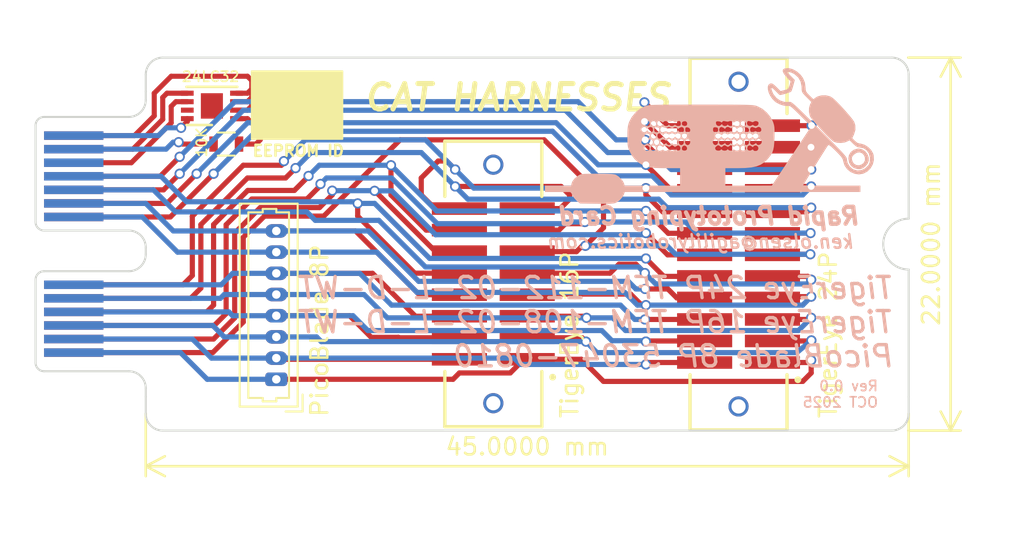
<source format=kicad_pcb>
(kicad_pcb (version 20211014) (generator pcbnew)
  (title_block (title "Beetje 32U4 Blok") (date "2018-08-10") (rev "0.0") (company "www.MakersBox.us") (comment 1 "648.ken@gmail.com"))
  (layers (0 "F.Cu" signal) (31 "B.Cu" signal) (34 "B.Paste" user) (35 "F.Paste" user) (36 "B.SilkS" user "B.Silkscreen") (37 "F.SilkS" user "F.Silkscreen") (38 "B.Mask" user) (39 "F.Mask" user) (44 "Edge.Cuts" user))
  (net 0 "")
  (net 1 "/10")
  (net 2 "/01")
  (net 3 "/02")
  (net 4 "/04")
  (net 5 "/05")
  (net 6 "/06")
  (net 7 "/07")
  (net 8 "/08")
  (net 9 "/09")
  (net 10 "/11")
  (net 11 "/12")
  (net 12 "/13")
  (net 13 "/14")
  (net 14 "/15")
  (net 15 "/16")
  (net 16 "/17")
  (net 17 "/18")
  (net 18 "/19")
  (net 19 "/20")
  (net 20 "/03")
  (net 21 "/D2_SDA")
  (net 22 "GND")
  (net 23 "/D3_SCL")
  (net 24 "+5V")
  (net 25 "/A")
  (net 26 "Net-(R1-Pad1)")
  (net 28 "/RESET")
  (net 29 "/21")
  (net 30 "/23")
  (net 31 "/22")
  (net 32 "/24")
  (footprint "footprints:MEC8-113-CARD_2" (layer "F.Cu") (at 0 -0.1 90)
    (fp_text reference "X0")
    (fp_text value "Card Edge")
    (fp_line (start -1 47.5) (end -1 7.5) (layer "Edge.Cuts") (width 0.12))
    (fp_line (start 17.5 0.5) (end 17.5 5.5) (layer "Edge.Cuts") (width 0.12))
    (fp_line (start 8.5 51.5) (end 1 51.5) (layer "Edge.Cuts") (width 0.12))
    (fp_line (start 8.4 0.5) (end 8.4 5.5) (layer "Edge.Cuts") (width 0.12))
    (fp_line (start 19 51.5) (end 20 51.5) (layer "Edge.Cuts") (width 0.12))
    (fp_line (start 19 6.5) (end 20 6.5) (layer "Edge.Cuts") (width 0.12))
    (fp_line (start 2.5 0.5) (end 2.5 5.5) (layer "Edge.Cuts") (width 0.12))
    (fp_line (start 0 6.5) (end 1 6.5) (layer "Edge.Cuts") (width 0.12))
    (fp_line (start 17 0) (end 11.3 0) (layer "Edge.Cuts") (width 0.12))
    (fp_line (start 21 50.5) (end 21 47.5) (layer "Edge.Cuts") (width 0.12))
    (fp_line (start 1 6.5) (end 1.5 6.5) (layer "Edge.Cuts") (width 0.12))
    (fp_line (start 21 7.5) (end 21 47.5) (layer "Edge.Cuts") (width 0.12))
    (fp_line (start -1 50.5) (end -1 47.5) (layer "Edge.Cuts") (width 0.12))
    (fp_line (start 0 51.5) (end 1 51.5) (layer "Edge.Cuts") (width 0.12))
    (fp_line (start 18.5 6.5) (end 19 6.5) (layer "Edge.Cuts") (width 0.12))
    (fp_line (start 10.8 5.5) (end 10.8 0.5) (layer "Edge.Cuts") (width 0.12))
    (fp_line (start 11.5 51.5) (end 19 51.5) (layer "Edge.Cuts") (width 0.12))
    (fp_line (start 3 0) (end 7.9 0) (layer "Edge.Cuts") (width 0.12))
    (fp_line (start 9.4 6.5) (end 9.8 6.5) (layer "Edge.Cuts") (width 0.12))
    (fp_arc (start -1 7.5) (mid -0.707107 6.792893) (end 0 6.5) (layer "Edge.Cuts") (width 0.12))
    (fp_arc (start 2.5 5.5) (mid 2.207107 6.207107) (end 1.5 6.5) (layer "Edge.Cuts") (width 0.12))
    (fp_arc (start 17 0) (mid 17.353553 0.146447) (end 17.5 0.5) (layer "Edge.Cuts") (width 0.12))
    (fp_arc (start 21 50.5) (mid 20.707107 51.207107) (end 20 51.5) (layer "Edge.Cuts") (width 0.12))
    (fp_arc (start 18.5 6.5) (mid 17.792893 6.207107) (end 17.5 5.5) (layer "Edge.Cuts") (width 0.12))
    (fp_arc (start 9.4 6.5) (mid 8.692893 6.207107) (end 8.4 5.5) (layer "Edge.Cuts") (width 0.12))
    (fp_arc (start 0 51.5) (mid -0.707107 51.207107) (end -1 50.5) (layer "Edge.Cuts") (width 0.12))
    (fp_arc (start 10.8 0.5) (mid 10.946447 0.146447) (end 11.3 0) (layer "Edge.Cuts") (width 0.12))
    (fp_arc (start 8.5 51.5) (mid 10 50) (end 11.5 51.5) (layer "Edge.Cuts") (width 0.12))
    (fp_arc (start 10.8 5.5) (mid 10.507107 6.207107) (end 9.8 6.5) (layer "Edge.Cuts") (width 0.12))
    (fp_arc (start 2.5 0.5) (mid 2.646447 0.146447) (end 3 0) (layer "Edge.Cuts") (width 0.12))
    (fp_arc (start 20 6.5) (mid 20.707107 6.792893) (end 21 7.5) (layer "Edge.Cuts") (width 0.12))
    (fp_arc (start 7.9 0) (mid 8.253553 0.146447) (end 8.4 0.5) (layer "Edge.Cuts") (width 0.12))
    (pad "1" smd rect locked (at 3.6 2.25 90) (size 0.5 3.5) (layers "B.Cu" "B.Paste" "B.Mask") (net 2 "/01"))
    (pad "2" smd rect locked (at 4.4 2.25 90) (size 0.5 3.5) (layers "B.Cu" "B.Paste" "B.Mask") (net 3 "/02"))
    (pad "3" smd rect locked (at 5.2 2.25 90) (size 0.5 3.5) (layers "B.Cu" "B.Paste" "B.Mask") (net 20 "/03"))
    (pad "4" smd rect locked (at 6 2.25 90) (size 0.5 3.5) (layers "B.Cu" "B.Paste" "B.Mask") (net 4 "/04"))
    (pad "5" smd rect locked (at 6.8 2.25 90) (size 0.5 3.5) (layers "B.Cu" "B.Paste" "B.Mask") (net 5 "/05"))
    (pad "6" smd rect locked (at 7.6 2.25 90) (size 0.5 3.5) (layers "B.Cu" "B.Paste" "B.Mask") (net 6 "/06"))
    (pad "7" smd rect locked (at 11.6 2.25 90) (size 0.5 3.5) (layers "B.Cu" "B.Paste" "B.Mask") (net 7 "/07"))
    (pad "8" smd rect locked (at 12.4 2.25 90) (size 0.5 3.5) (layers "B.Cu" "B.Paste" "B.Mask") (net 8 "/08"))
    (pad "9" smd rect locked (at 13.2 2.25 90) (size 0.5 3.5) (layers "B.Cu" "B.Paste" "B.Mask") (net 9 "/09"))
    (pad "10" smd rect locked (at 14 2.25 90) (size 0.5 3.5) (layers "B.Cu" "B.Paste" "B.Mask") (net 1 "/10"))
    (pad "11" smd rect locked (at 14.8 2.25 90) (size 0.5 3.5) (layers "B.Cu" "B.Paste" "B.Mask") (net 28 "/RESET"))
    (pad "12" smd rect locked (at 15.6 2.25 90) (size 0.5 3.5) (layers "B.Cu" "B.Paste" "B.Mask") (net 25 "/A"))
    (pad "13" smd rect locked (at 16.4 2.25 90) (size 0.5 3.5) (layers "B.Cu" "B.Paste" "B.Mask") (net 24 "+5V"))
    (pad "14" smd rect locked (at 3.6 2.25 90) (size 0.5 3.5) (layers "F.Cu" "F.Paste" "F.Mask") (net 10 "/11"))
    (pad "15" smd rect locked (at 4.4 2.25 90) (size 0.5 3.5) (layers "F.Cu" "F.Paste" "F.Mask") (net 11 "/12"))
    (pad "16" smd rect locked (at 5.2 2.25 90) (size 0.5 3.5) (layers "F.Cu" "F.Paste" "F.Mask") (net 12 "/13"))
    (pad "17" smd rect locked (at 6 2.25 90) (size 0.5 3.5) (layers "F.Cu" "F.Paste" "F.Mask") (net 13 "/14"))
    (pad "18" smd rect locked (at 6.8 2.25 90) (size 0.5 3.5) (layers "F.Cu" "F.Paste" "F.Mask") (net 14 "/15"))
    (pad "19" smd rect locked (at 7.6 2.25 90) (size 0.5 3.5) (layers "F.Cu" "F.Paste" "F.Mask") (net 15 "/16"))
    (pad "20" smd rect locked (at 11.6 2.25 90) (size 0.5 3.5) (layers "F.Cu" "F.Paste" "F.Mask") (net 16 "/17"))
    (pad "21" smd rect locked (at 12.4 2.25 90) (size 0.5 3.5) (layers "F.Cu" "F.Paste" "F.Mask") (net 17 "/18"))
    (pad "22" smd rect locked (at 13.2 2.25 90) (size 0.5 3.5) (layers "F.Cu" "F.Paste" "F.Mask") (net 18 "/19"))
    (pad "23" smd rect locked (at 14 2.25 90) (size 0.5 3.5) (layers "F.Cu" "F.Paste" "F.Mask") (net 19 "/20"))
    (pad "24" smd rect locked (at 14.8 2.25 90) (size 0.5 3.5) (layers "F.Cu" "F.Paste" "F.Mask") (net 23 "/D3_SCL"))
    (pad "25" smd rect locked (at 15.6 2.25 90) (size 0.5 3.5) (layers "F.Cu" "F.Paste" "F.Mask") (net 21 "/D2_SDA"))
    (pad "26" smd rect locked (at 16.4 2.25 90) (size 0.5 3.5) (layers "F.Cu" "F.Paste" "F.Mask") (net 22 "GND"))
  )
  (footprint "footprints:DFN-8-1EP_3x2mm" (layer "F.Cu") (at 10.4 -18.25 180)
    (fp_text reference "U1" hide)
    (fp_text value "24LC32" (at 0.075 1.725 180) (layer "F.SilkS") (effects (font (size 0.6 0.6) (thickness 0.1))))
    (pad "1" smd rect locked (at -1.45 -0.75 180) (size 0.75 0.3) (layers "F.Cu" "F.Paste" "F.Mask") (net 26 "Net-(R1-Pad1)"))
    (pad "2" smd rect locked (at -1.45 -0.25 180) (size 0.75 0.3) (layers "F.Cu" "F.Paste" "F.Mask") (net 22 "GND"))
    (pad "3" smd rect locked (at -1.45 0.25 180) (size 0.75 0.3) (layers "F.Cu" "F.Paste" "F.Mask") (net 22 "GND"))
    (pad "4" smd rect locked (at -1.45 0.75 180) (size 0.75 0.3) (layers "F.Cu" "F.Paste" "F.Mask") (net 22 "GND"))
    (pad "5" smd rect locked (at 1.45 0.75 180) (size 0.75 0.3) (layers "F.Cu" "F.Paste" "F.Mask") (net 21 "/D2_SDA"))
    (pad "6" smd rect locked (at 1.45 0.25 180) (size 0.75 0.3) (layers "F.Cu" "F.Paste" "F.Mask") (net 23 "/D3_SCL"))
    (pad "7" smd rect locked (at 1.45 -0.25 180) (size 0.75 0.3) (layers "F.Cu" "F.Paste" "F.Mask"))
    (pad "8" smd rect locked (at 1.45 -0.75 180) (size 0.75 0.3) (layers "F.Cu" "F.Paste" "F.Mask") (net 24 "+5V"))
    (pad "9" smd rect locked (at 0 0 180) (size 1.3 1.5) (layers "F.Cu" "F.Mask"))
  )
  (footprint "footprints:R_0603" (layer "F.Cu") (at 11.25 -16 180)
    (fp_text reference "R1")
    (fp_text value "10K" (at 1.45 0.1 90) (layer "F.SilkS") (effects (font (size 0.6 0.6) (thickness 0.1))))
    (pad "1" smd rect locked (at -0.75 0 180) (size 0.5 0.9) (layers "F.Cu" "F.Paste" "F.Mask") (net 26 "Net-(R1-Pad1)"))
    (pad "2" smd rect locked (at 0.75 0 180) (size 0.5 0.9) (layers "F.Cu" "F.Paste" "F.Mask") (net 25 "/A"))
  )
  (footprint "footprints:Molex_PicoBlade_53047-0810_1x08_P1.25mm_Vertical" (layer "F.Cu") (at 14.2 -2.125 90)
    (fp_text reference "J3" hide)
    (fp_text value "PicoBlade 8P" (at 2.875 2.55 90) (layer "F.SilkS"))
    (pad "1" thru_hole roundrect (at 0 0 90) (size 0.8 1.3) (drill 0.5) (layers *.Cu *.Mask) (net 2 "/01"))
    (pad "2" thru_hole oval (at 1.25 0 90) (size 0.8 1.3) (drill 0.5) (layers *.Cu *.Mask) (net 3 "/02"))
    (pad "3" thru_hole oval (at 2.5 0 90) (size 0.8 1.3) (drill 0.5) (layers *.Cu *.Mask) (net 20 "/03"))
    (pad "4" thru_hole oval (at 3.75 0 90) (size 0.8 1.3) (drill 0.5) (layers *.Cu *.Mask) (net 4 "/04"))
    (pad "5" thru_hole oval (at 5 0 90) (size 0.8 1.3) (drill 0.5) (layers *.Cu *.Mask) (net 5 "/05"))
    (pad "6" thru_hole oval (at 6.25 0 90) (size 0.8 1.3) (drill 0.5) (layers *.Cu *.Mask) (net 6 "/06"))
    (pad "7" thru_hole oval (at 7.5 0 90) (size 0.8 1.3) (drill 0.5) (layers *.Cu *.Mask) (net 7 "/07"))
    (pad "8" thru_hole oval (at 8.75 0 90) (size 0.8 1.3) (drill 0.5) (layers *.Cu *.Mask) (net 8 "/08"))
  )
  (footprint "footprints:SAMTEC_TFM-108-02-L-D-WT" (layer "F.Cu") (at 27 -7.75 90)
    (fp_text reference "J2")
    (fp_text value "TigerEye 16P" (at -3 4.5 90) (layer "F.SilkS"))
    (pad "01" smd rect (at -4.445 2 90) (size 0.74 3.25) (layers "F.Cu" "F.Paste" "F.Mask") (net 2 "/01"))
    (pad "02" smd rect (at -4.445 -2 90) (size 0.74 3.25) (layers "F.Cu" "F.Paste" "F.Mask") (net 3 "/02"))
    (pad "03" smd rect (at -3.175 2 90) (size 0.74 3.25) (layers "F.Cu" "F.Paste" "F.Mask") (net 20 "/03"))
    (pad "04" smd rect (at -3.175 -2 90) (size 0.74 3.25) (layers "F.Cu" "F.Paste" "F.Mask") (net 4 "/04"))
    (pad "05" smd rect (at -1.905 2 90) (size 0.74 3.25) (layers "F.Cu" "F.Paste" "F.Mask") (net 5 "/05"))
    (pad "06" smd rect (at -1.905 -2 90) (size 0.74 3.25) (layers "F.Cu" "F.Paste" "F.Mask") (net 6 "/06"))
    (pad "07" smd rect (at -0.635 2 90) (size 0.74 3.25) (layers "F.Cu" "F.Paste" "F.Mask") (net 7 "/07"))
    (pad "08" smd rect (at -0.635 -2 90) (size 0.74 3.25) (layers "F.Cu" "F.Paste" "F.Mask") (net 8 "/08"))
    (pad "09" smd rect (at 0.635 2 90) (size 0.74 3.25) (layers "F.Cu" "F.Paste" "F.Mask") (net 9 "/09"))
    (pad "10" smd rect (at 0.635 -2 90) (size 0.74 3.25) (layers "F.Cu" "F.Paste" "F.Mask") (net 1 "/10"))
    (pad "11" smd rect (at 1.905 2 90) (size 0.74 3.25) (layers "F.Cu" "F.Paste" "F.Mask") (net 10 "/11"))
    (pad "12" smd rect (at 1.905 -2 90) (size 0.74 3.25) (layers "F.Cu" "F.Paste" "F.Mask") (net 11 "/12"))
    (pad "13" smd rect (at 3.175 2 90) (size 0.74 3.25) (layers "F.Cu" "F.Paste" "F.Mask") (net 12 "/13"))
    (pad "14" smd rect (at 3.175 -2 90) (size 0.74 3.25) (layers "F.Cu" "F.Paste" "F.Mask") (net 13 "/14"))
    (pad "15" smd rect (at 4.445 2 90) (size 0.74 3.25) (layers "F.Cu" "F.Paste" "F.Mask") (net 14 "/15"))
    (pad "16" smd rect (at 4.445 -2 90) (size 0.74 3.25) (layers "F.Cu" "F.Paste" "F.Mask") (net 15 "/16"))
    (pad "S1" thru_hole circle (at 7.035 0 90) (size 1.19 1.19) (drill 0.84) (layers *.Cu *.Mask))
    (pad "S2" thru_hole circle (at -7.035 0 90) (size 1.19 1.19) (drill 0.84) (layers *.Cu *.Mask))
  )
  (footprint "footprints:SAMTEC_TFM-112-02-L-D-WT" (layer "F.Cu") (at 41.465 -10.1 90)
    (fp_text reference "J1")
    (fp_text value "TigerEye 24P" (at -5.35 5.285 90) (layer "F.SilkS"))
    (pad "01" smd rect (at -6.985 2 90) (size 0.74 3.25) (layers "F.Cu" "F.Paste" "F.Mask") (net 2 "/01"))
    (pad "02" smd rect (at -6.985 -2 90) (size 0.74 3.25) (layers "F.Cu" "F.Paste" "F.Mask") (net 3 "/02"))
    (pad "03" smd rect (at -5.715 2 90) (size 0.74 3.25) (layers "F.Cu" "F.Paste" "F.Mask") (net 20 "/03"))
    (pad "04" smd rect (at -5.715 -2 90) (size 0.74 3.25) (layers "F.Cu" "F.Paste" "F.Mask") (net 4 "/04"))
    (pad "05" smd rect (at -4.445 2 90) (size 0.74 3.25) (layers "F.Cu" "F.Paste" "F.Mask") (net 5 "/05"))
    (pad "06" smd rect (at -4.445 -2 90) (size 0.74 3.25) (layers "F.Cu" "F.Paste" "F.Mask") (net 6 "/06"))
    (pad "07" smd rect (at -3.175 2 90) (size 0.74 3.25) (layers "F.Cu" "F.Paste" "F.Mask") (net 7 "/07"))
    (pad "08" smd rect (at -3.175 -2 90) (size 0.74 3.25) (layers "F.Cu" "F.Paste" "F.Mask") (net 8 "/08"))
    (pad "09" smd rect (at -1.905 2 90) (size 0.74 3.25) (layers "F.Cu" "F.Paste" "F.Mask") (net 9 "/09"))
    (pad "10" smd rect (at -1.905 -2 90) (size 0.74 3.25) (layers "F.Cu" "F.Paste" "F.Mask") (net 1 "/10"))
    (pad "11" smd rect (at -0.635 2 90) (size 0.74 3.25) (layers "F.Cu" "F.Paste" "F.Mask") (net 10 "/11"))
    (pad "12" smd rect (at -0.635 -2 90) (size 0.74 3.25) (layers "F.Cu" "F.Paste" "F.Mask") (net 11 "/12"))
    (pad "13" smd rect (at 0.635 2 90) (size 0.74 3.25) (layers "F.Cu" "F.Paste" "F.Mask") (net 12 "/13"))
    (pad "14" smd rect (at 0.635 -2 90) (size 0.74 3.25) (layers "F.Cu" "F.Paste" "F.Mask") (net 13 "/14"))
    (pad "15" smd rect (at 1.905 2 90) (size 0.74 3.25) (layers "F.Cu" "F.Paste" "F.Mask") (net 14 "/15"))
    (pad "16" smd rect (at 1.905 -2 90) (size 0.74 3.25) (layers "F.Cu" "F.Paste" "F.Mask") (net 15 "/16"))
    (pad "17" smd rect (at 3.175 2 90) (size 0.74 3.25) (layers "F.Cu" "F.Paste" "F.Mask") (net 16 "/17"))
    (pad "18" smd rect (at 3.175 -2 90) (size 0.74 3.25) (layers "F.Cu" "F.Paste" "F.Mask") (net 17 "/18"))
    (pad "19" smd rect (at 4.445 2 90) (size 0.74 3.25) (layers "F.Cu" "F.Paste" "F.Mask") (net 18 "/19"))
    (pad "20" smd rect (at 4.445 -2 90) (size 0.74 3.25) (layers "F.Cu" "F.Paste" "F.Mask") (net 19 "/20"))
    (pad "21" smd rect (at 5.715 2 90) (size 0.74 3.25) (layers "F.Cu" "F.Paste" "F.Mask") (net 29 "/21"))
    (pad "22" smd rect (at 5.715 -2 90) (size 0.74 3.25) (layers "F.Cu" "F.Paste" "F.Mask") (net 31 "/22"))
    (pad "23" smd rect (at 6.985 2 90) (size 0.74 3.25) (layers "F.Cu" "F.Paste" "F.Mask") (net 30 "/23"))
    (pad "24" smd rect (at 6.985 -2 90) (size 0.74 3.25) (layers "F.Cu" "F.Paste" "F.Mask") (net 32 "/24"))
    (pad "S1" thru_hole circle (at 9.575 0 90) (size 1.19 1.19) (drill 0.84) (layers *.Cu *.Mask))
    (pad "S2" thru_hole circle (at -9.575 0 90) (size 1.19 1.19) (drill 0.84) (layers *.Cu *.Mask))
  )
  (footprint "footprints:Digiroy" (layer "B.Cu") (at 39.75 -16.5 180)
    (fp_text reference "G***" hide)
    (fp_text value "LOGO" hide)
  )
  (gr_poly (pts (xy 18.1 -16.3) (xy 12.75 -16.3) (xy 12.75 -20.3) (xy 18.1 -20.3)) (layer "F.SilkS") (width 0.1) (fill solid))
  (gr_text "Rev 0.0\nOCT 2025" (at 49.75 -1.25) (layer "B.SilkS") (effects (font (size 0.6 0.6) (thickness 0.1)) (justify left mirror)))
  (gr_text "ken.olsen@agilityrobotics.com" (at 39.25 -10.25) (layer "B.SilkS") (effects (font (size 0.8 0.8) (thickness 0.15) italic) (justify mirror)))
  (gr_text "TigerEye 24P TFM-112-02-L-D-WT\nTigerEye 16P TFM-108-02-L-D-WT\nPicoBlade 8P 53047-0810\n" (at 50.75 -5.5) (layer "B.SilkS") (effects (font (size 1.25 1.25) (thickness 0.2) italic) (justify left mirror)))
  (gr_text "Rapid Prototyping Card" (at 39.75 -11.75) (layer "B.SilkS") (effects (font (size 1 1) (thickness 0.25) italic) (justify mirror)))
  (gr_text "EEPROM ID" (at 15.5 -15.6) (layer "F.SilkS") (effects (font (size 0.65 0.65))))
  (gr_text "CAT HARNESSES" (at 19.25 -18.75) (layer "F.SilkS") (effects (font (size 1.5 1.5) (thickness 0.3) italic) (justify left)))
  (dimension (type aligned) (layer "F.SilkS") (pts (xy 51.5 -0.1) (xy 6.5 -0.1)) (height -3.1) (gr_text "45.0000 mm" (at 29 1.85) (layer "F.SilkS") (effects (font (size 1 1) (thickness 0.15)))) (format (units 2) (units_format 1) (precision 4)) (style (thickness 0.15) (arrow_length 1.27) (text_position_mode 0) (extension_height 0.58642) (extension_offset 0) keep_text_aligned))
  (dimension (type aligned) (layer "F.SilkS") (pts (xy 51.475 -21.1) (xy 51.475 0.9)) (height -2.5) (gr_text "22.0000 mm" (at 52.825 -10.1 90) (layer "F.SilkS") (effects (font (size 1 1) (thickness 0.15)))) (format (units 2) (units_format 1) (precision 4)) (style (thickness 0.15) (arrow_length 1.27) (text_position_mode 0) (extension_height 0.58642) (extension_offset 0) keep_text_aligned))
  (segment (start 25.285 -8.385) (end 22.365 -8.385) (width 0.3048) (layer "F.Cu") (net 1))
  (segment (start 37.055 -8.195) (end 39.75 -8.195) (width 0.3048) (layer "F.Cu") (net 1))
  (segment (start 19 -11.75) (end 19 -12.5) (width 0.3048) (layer "F.Cu") (net 1))
  (segment (start 22.365 -8.385) (end 19 -11.75) (width 0.3048) (layer "F.Cu") (net 1))
  (segment (start 36 -9.25) (end 37.055 -8.195) (width 0.3048) (layer "F.Cu") (net 1))
  (via (at 36 -9.25) (size 0.6) (drill 0.4) (layers "F.Cu" "B.Cu") (net 1))
  (via (at 19 -12.5) (size 0.6) (drill 0.4) (layers "F.Cu" "B.Cu") (net 1))
  (segment (start 35.9952 -9.2548) (end 36 -9.25) (width 0.3048) (layer "B.Cu") (net 1))
  (segment (start 8.9024 -12.5976) (end 18.6024 -12.5976) (width 0.3048) (layer "B.Cu") (net 1))
  (segment (start 23.2452 -9.2548) (end 35.9952 -9.2548) (width 0.3048) (layer "B.Cu") (net 1))
  (segment (start 18.9024 -12.5976) (end 19 -12.5) (width 0.3048) (layer "B.Cu") (net 1))
  (segment (start 2.25 -14.1) (end 7.4 -14.1) (width 0.3048) (layer "B.Cu") (net 1))
  (segment (start 20 -12.5) (end 23.2452 -9.2548) (width 0.3048) (layer "B.Cu") (net 1))
  (segment (start 18.6024 -12.5976) (end 18.9024 -12.5976) (width 0.3048) (layer "B.Cu") (net 1))
  (segment (start 7.4 -14.1) (end 8.9024 -12.5976) (width 0.3048) (layer "B.Cu") (net 1))
  (segment (start 19 -12.5) (end 20 -12.5) (width 0.3048) (layer "B.Cu") (net 1))
  (segment (start 24.625 -2.125) (end 25 -2.5) (width 0.3048) (layer "F.Cu") (net 2))
  (segment (start 45.75 -2.5) (end 45.75 -3.25) (width 0.3048) (layer "F.Cu") (net 2))
  (segment (start 43.465 -3.115) (end 45.615 -3.115) (width 0.3048) (layer "F.Cu") (net 2))
  (segment (start 25 -2.5) (end 28 -2.5) (width 0.3048) (layer "F.Cu") (net 2))
  (segment (start 28 -2.5) (end 28.715 -3.215) (width 0.3048) (layer "F.Cu") (net 2))
  (segment (start 28.715 -3.305) (end 32.195 -3.305) (width 0.3048) (layer "F.Cu") (net 2))
  (segment (start 32.195 -3.305) (end 33.5 -2) (width 0.3048) (layer "F.Cu") (net 2))
  (segment (start 14.2 -2.125) (end 24.625 -2.125) (width 0.3048) (layer "F.Cu") (net 2))
  (segment (start 45.615 -3.115) (end 45.75 -3.25) (width 0.3048) (layer "F.Cu") (net 2))
  (segment (start 45.25 -2) (end 45.75 -2.5) (width 0.3048) (layer "F.Cu") (net 2))
  (segment (start 28.715 -3.215) (end 28.715 -3.305) (width 0.3048) (layer "F.Cu") (net 2))
  (segment (start 33.5 -2) (end 45.25 -2) (width 0.3048) (layer "F.Cu") (net 2))
  (via (at 45.75 -3.25) (size 0.6) (drill 0.4) (layers "F.Cu" "B.Cu") (net 2))
  (segment (start 8.55 -3.7) (end 10.125 -2.125) (width 0.3048) (layer "B.Cu") (net 2))
  (segment (start 10.125 -2.125) (end 14.2 -2.125) (width 0.3048) (layer "B.Cu") (net 2))
  (segment (start 2.25 -3.7) (end 8.55 -3.7) (width 0.3048) (layer "B.Cu") (net 2))
  (segment (start 36.115 -3.115) (end 36 -3) (width 0.3048) (layer "F.Cu") (net 3))
  (segment (start 14.2 -3.375) (end 14.27 -3.305) (width 0.3048) (layer "F.Cu") (net 3))
  (segment (start 39.75 -3.115) (end 36.115 -3.115) (width 0.3048) (layer "F.Cu") (net 3))
  (segment (start 14.27 -3.305) (end 25.285 -3.305) (width 0.3048) (layer "F.Cu") (net 3))
  (via (at 36 -3) (size 0.6) (drill 0.4) (layers "F.Cu" "B.Cu") (net 3))
  (segment (start 36 -3) (end 28.6 -3) (width 0.3048) (layer "B.Cu") (net 3))
  (segment (start 28.175 -3.375) (end 14.2 -3.375) (width 0.3048) (layer "B.Cu") (net 3))
  (segment (start 28.6 -3) (end 28.2 -3.4) (width 0.3048) (layer "B.Cu") (net 3))
  (segment (start 14.2 -3.375) (end 10.375 -3.375) (width 0.3048) (layer "B.Cu") (net 3))
  (segment (start 10.375 -3.375) (end 9.25 -4.5) (width 0.3048) (layer "B.Cu") (net 3))
  (segment (start 9.25 -4.5) (end 2.25 -4.5) (width 0.3048) (layer "B.Cu") (net 3))
  (segment (start 28.2 -3.4) (end 28.175 -3.375) (width 0.3048) (layer "B.Cu") (net 3))
  (segment (start 39.75 -4.385) (end 36.0343 -4.385) (width 0.3048) (layer "F.Cu") (net 4))
  (segment (start 18.525 -5.875) (end 14.2 -5.875) (width 0.3048) (layer "F.Cu") (net 4))
  (segment (start 21.4 -4.6) (end 19.8 -4.6) (width 0.3048) (layer "F.Cu") (net 4))
  (segment (start 21.425 -4.575) (end 21.4 -4.6) (width 0.3048) (layer "F.Cu") (net 4))
  (segment (start 19.8 -4.6) (end 18.525 -5.875) (width 0.3048) (layer "F.Cu") (net 4))
  (segment (start 25.285 -4.575) (end 21.425 -4.575) (width 0.3048) (layer "F.Cu") (net 4))
  (segment (start 36.0343 -4.385) (end 36 -4.3507) (width 0.3048) (layer "F.Cu") (net 4))
  (via (at 36 -4.3507) (size 0.6) (drill 0.4) (layers "F.Cu" "B.Cu") (net 4))
  (segment (start 33.4 -5) (end 19.6 -5) (width 0.3048) (layer "B.Cu") (net 4))
  (segment (start 35.9507 -4.4) (end 34 -4.4) (width 0.3048) (layer "B.Cu") (net 4))
  (segment (start 19.6 -5) (end 18.725 -5.875) (width 0.3048) (layer "B.Cu") (net 4))
  (segment (start 11.625 -5.875) (end 14.2 -5.875) (width 0.3048) (layer "B.Cu") (net 4))
  (segment (start 11.4 -6.1) (end 11.625 -5.875) (width 0.3048) (layer "B.Cu") (net 4))
  (segment (start 18.725 -5.875) (end 14.2 -5.875) (width 0.3048) (layer "B.Cu") (net 4))
  (segment (start 2.25 -6.1) (end 11.4 -6.1) (width 0.3048) (layer "B.Cu") (net 4))
  (segment (start 34 -4.4) (end 33.4 -5) (width 0.3048) (layer "B.Cu") (net 4))
  (segment (start 36 -4.3507) (end 35.9507 -4.4) (width 0.3048) (layer "B.Cu") (net 4))
  (segment (start 45.655 -5.655) (end 45.75 -5.75) (width 0.3048) (layer "F.Cu") (net 5))
  (segment (start 28.715 -5.845) (end 32.405 -5.845) (width 0.3048) (layer "F.Cu") (net 5))
  (segment (start 43.18 -5.655) (end 45.655 -5.655) (width 0.3048) (layer "F.Cu") (net 5))
  (segment (start 32.405 -5.845) (end 32.5 -5.75) (width 0.3048) (layer "F.Cu") (net 5))
  (via (at 45.75 -5.75) (size 0.6) (drill 0.4) (layers "F.Cu" "B.Cu") (net 5))
  (via (at 32.5 -5.75) (size 0.6) (drill 0.4) (layers "F.Cu" "B.Cu") (net 5))
  (segment (start 45.0026 -5.0026) (end 34.7974 -5.0026) (width 0.3048) (layer "B.Cu") (net 5))
  (segment (start 19.375 -7.125) (end 14.2 -7.125) (width 0.3048) (layer "B.Cu") (net 5))
  (segment (start 20.75 -5.75) (end 19.375 -7.125) (width 0.3048) (layer "B.Cu") (net 5))
  (segment (start 32.5 -5.75) (end 20.75 -5.75) (width 0.3048) (layer "B.Cu") (net 5))
  (segment (start 34.05 -5.75) (end 32.5 -5.75) (width 0.3048) (layer "B.Cu") (net 5))
  (segment (start 45.75 -5.75) (end 45.0026 -5.0026) (width 0.3048) (layer "B.Cu") (net 5))
  (segment (start 11.125 -7.125) (end 10.9 -6.9) (width 0.3048) (layer "B.Cu") (net 5))
  (segment (start 34.7974 -5.0026) (end 34.05 -5.75) (width 0.3048) (layer "B.Cu") (net 5))
  (segment (start 14.2 -7.125) (end 11.125 -7.125) (width 0.3048) (layer "B.Cu") (net 5))
  (segment (start 10.9 -6.9) (end 2.25 -6.9) (width 0.3048) (layer "B.Cu") (net 5))
  (segment (start 25.285 -5.845) (end 22.405 -5.845) (width 0.3048) (layer "F.Cu") (net 6))
  (segment (start 39.75 -5.655) (end 35.945 -5.655) (width 0.3048) (layer "F.Cu") (net 6))
  (segment (start 22.405 -5.845) (end 19.875 -8.375) (width 0.3048) (layer "F.Cu") (net 6))
  (segment (start 19.875 -8.375) (end 14.2 -8.375) (width 0.3048) (layer "F.Cu") (net 6))
  (via (at 35.945 -5.655) (size 0.6) (drill 0.4) (layers "F.Cu" "B.Cu") (net 6))
  (segment (start 14.2 -8.375) (end 19.125 -8.375) (width 0.3048) (layer "B.Cu") (net 6))
  (segment (start 19.125 -8.375) (end 21 -6.5) (width 0.3048) (layer "B.Cu") (net 6))
  (segment (start 11.625 -8.375) (end 14.2 -8.375) (width 0.3048) (layer "B.Cu") (net 6))
  (segment (start 21 -6.5) (end 34.5 -6.5) (width 0.3048) (layer "B.Cu") (net 6))
  (segment (start 2.25 -7.7) (end 10.95 -7.7) (width 0.3048) (layer "B.Cu") (net 6))
  (segment (start 34.5 -6.5) (end 35.345 -5.655) (width 0.3048) (layer "B.Cu") (net 6))
  (segment (start 10.95 -7.7) (end 11.625 -8.375) (width 0.3048) (layer "B.Cu") (net 6))
  (segment (start 35.345 -5.655) (end 35.945 -5.655) (width 0.3048) (layer "B.Cu") (net 6))
  (segment (start 35.0976 -7.1524) (end 28.7524 -7.1524) (width 0.3048) (layer "F.Cu") (net 7))
  (segment (start 35.75 -6.5) (end 35.0976 -7.1524) (width 0.3048) (layer "F.Cu") (net 7))
  (segment (start 45.75 -7) (end 43.255 -7) (width 0.3048) (layer "F.Cu") (net 7))
  (segment (start 43.255 -7) (end 43.18 -6.925) (width 0.3048) (layer "F.Cu") (net 7))
  (segment (start 28.7524 -7.1524) (end 28.715 -7.115) (width 0.3048) (layer "F.Cu") (net 7))
  (via (at 36 -6.5) (size 0.6) (drill 0.4) (layers "F.Cu" "B.Cu") (net 7))
  (via (at 45.75 -7) (size 0.6) (drill 0.4) (layers "F.Cu" "B.Cu") (net 7))
  (segment (start 2.25 -11.7) (end 6.3 -11.7) (width 0.3048) (layer "B.Cu") (net 7))
  (segment (start 8.375 -9.625) (end 14.2 -9.625) (width 0.3048) (layer "B.Cu") (net 7))
  (segment (start 14.2 -9.625) (end 20.125 -9.625) (width 0.3048) (layer "B.Cu") (net 7))
  (segment (start 6.3 -11.7) (end 8.375 -9.625) (width 0.3048) (layer "B.Cu") (net 7))
  (segment (start 22.5 -7.25) (end 34.75 -7.25) (width 0.3048) (layer "B.Cu") (net 7))
  (segment (start 20.125 -9.625) (end 22.5 -7.25) (width 0.3048) (layer "B.Cu") (net 7))
  (segment (start 34.75 -7.25) (end 35.5 -6.5) (width 0.3048) (layer "B.Cu") (net 7))
  (segment (start 45.25 -6.5) (end 36 -6.5) (width 0.3048) (layer "B.Cu") (net 7))
  (segment (start 45.25 -6.5) (end 45.75 -7) (width 0.3048) (layer "B.Cu") (net 7))
  (segment (start 35.5 -6.5) (end 36 -6.5) (width 0.3048) (layer "B.Cu") (net 7))
  (segment (start 37.825 -6.925) (end 37.296926 -7.453074) (width 0.3048) (layer "F.Cu") (net 8))
  (segment (start 37.296926 -7.453074) (end 35.953074 -7.453074) (width 0.3048) (layer "F.Cu") (net 8))
  (segment (start 39.75 -6.925) (end 37.825 -6.925) (width 0.3048) (layer "F.Cu") (net 8))
  (segment (start 25.285 -7.115) (end 22.635 -7.115) (width 0.3048) (layer "F.Cu") (net 8))
  (segment (start 22.635 -7.115) (end 18.875 -10.875) (width 0.3048) (layer "F.Cu") (net 8))
  (segment (start 18.875 -10.875) (end 14.2 -10.875) (width 0.3048) (layer "F.Cu") (net 8))
  (via (at 35.953074 -7.453074) (size 0.6) (drill 0.4) (layers "F.Cu" "B.Cu") (net 8))
  (segment (start 6.5 -12.5) (end 2.25 -12.5) (width 0.3048) (layer "B.Cu") (net 8))
  (segment (start 22.5976 -7.9024) (end 19.625 -10.875) (width 0.3048) (layer "B.Cu") (net 8))
  (segment (start 35.409511 -7.453074) (end 35.953074 -7.453074) (width 0.3048) (layer "B.Cu") (net 8))
  (segment (start 34.960685 -7.9019) (end 34.960185 -7.9024) (width 0.3048) (layer "B.Cu") (net 8))
  (segment (start 34.960185 -7.9024) (end 22.5976 -7.9024) (width 0.3048) (layer "B.Cu") (net 8))
  (segment (start 34.960685 -7.9019) (end 35.409511 -7.453074) (width 0.3048) (layer "B.Cu") (net 8))
  (segment (start 8.125 -10.875) (end 6.5 -12.5) (width 0.3048) (layer "B.Cu") (net 8))
  (segment (start 14.2 -10.875) (end 8.125 -10.875) (width 0.3048) (layer "B.Cu") (net 8))
  (segment (start 19.625 -10.875) (end 14.2 -10.875) (width 0.3048) (layer "B.Cu") (net 8))
  (segment (start 34.413684 -8.913684) (end 35.41439 -8.913684) (width 0.3048) (layer "F.Cu") (net 9))
  (segment (start 45.75 -8) (end 45.555 -8.195) (width 0.3048) (layer "F.Cu") (net 9))
  (segment (start 35.41439 -8.913684) (end 35.935591 -8.392483) (width 0.3048) (layer "F.Cu") (net 9))
  (segment (start 43.18 -8.195) (end 45.555 -8.195) (width 0.3048) (layer "F.Cu") (net 9))
  (segment (start 33.885 -8.385) (end 34.413684 -8.913684) (width 0.3048) (layer "F.Cu") (net 9))
  (segment (start 28.715 -8.385) (end 33.885 -8.385) (width 0.3048) (layer "F.Cu") (net 9))
  (via (at 45.75 -8) (size 0.6) (drill 0.4) (layers "F.Cu" "B.Cu") (net 9))
  (via (at 35.935591 -8.392483) (size 0.6) (drill 0.4) (layers "F.Cu" "B.Cu") (net 9))
  (segment (start 16.5 -11.5) (end 20.25 -11.5) (width 0.3048) (layer "B.Cu") (net 9))
  (segment (start 6.95 -13.3) (end 8.25 -12) (width 0.3048) (layer "B.Cu") (net 9))
  (segment (start 23 -8.75) (end 35.578074 -8.75) (width 0.3048) (layer "B.Cu") (net 9))
  (segment (start 20.25 -11.5) (end 23 -8.75) (width 0.3048) (layer "B.Cu") (net 9))
  (segment (start 8.25 -12) (end 16 -12) (width 0.3048) (layer "B.Cu") (net 9))
  (segment (start 36.578074 -7.75) (end 35.935591 -8.392483) (width 0.3048) (layer "B.Cu") (net 9))
  (segment (start 2.25 -13.3) (end 6.95 -13.3) (width 0.3048) (layer "B.Cu") (net 9))
  (segment (start 16 -12) (end 16.5 -11.5) (width 0.3048) (layer "B.Cu") (net 9))
  (segment (start 45.5 -7.75) (end 45.75 -8) (width 0.3048) (layer "B.Cu") (net 9))
  (segment (start 36.578074 -7.75) (end 45.5 -7.75) (width 0.3048) (layer "B.Cu") (net 9))
  (segment (start 35.935591 -8.392483) (end 35.578074 -8.75) (width 0.3048) (layer "B.Cu") (net 9))
  (segment (start 12.25 -10.5) (end 13.5 -11.75) (width 0.3048) (layer "F.Cu") (net 10))
  (segment (start 33.5 -11.066578) (end 32.433422 -10) (width 0.3048) (layer "F.Cu") (net 10))
  (segment (start 33.5 -12.75) (end 33.5 -11.066578) (width 0.3048) (layer "F.Cu") (net 10))
  (segment (start 45.699372 -9.5) (end 43.215 -9.5) (width 0.3048) (layer "F.Cu") (net 10))
  (segment (start 30 -16.25) (end 33.5 -12.75) (width 0.3048) (layer "F.Cu") (net 10))
  (segment (start 17 -11.75) (end 21.5 -16.25) (width 0.3048) (layer "F.Cu") (net 10))
  (segment (start 12.25 -5.5) (end 12.25 -10.5) (width 0.3048) (layer "F.Cu") (net 10))
  (segment (start 43.215 -9.5) (end 43.18 -9.465) (width 0.3048) (layer "F.Cu") (net 10))
  (segment (start 31.905 -9.655) (end 32.25 -10) (width 0.3048) (layer "F.Cu") (net 10))
  (segment (start 13.5 -11.75) (end 17 -11.75) (width 0.3048) (layer "F.Cu") (net 10))
  (segment (start 2.25 -3.7) (end 10.45 -3.7) (width 0.3048) (layer "F.Cu") (net 10))
  (segment (start 10.45 -3.7) (end 12.25 -5.5) (width 0.3048) (layer "F.Cu") (net 10))
  (segment (start 21.5 -16.25) (end 30 -16.25) (width 0.3048) (layer "F.Cu") (net 10))
  (segment (start 32.25 -10) (end 32.433422 -10) (width 0.3048) (layer "F.Cu") (net 10))
  (segment (start 28.715 -9.655) (end 31.905 -9.655) (width 0.3048) (layer "F.Cu") (net 10))
  (via (at 32.433422 -10) (size 0.6) (drill 0.4) (layers "F.Cu" "B.Cu") (net 10))
  (via (at 45.699372 -9.5) (size 0.6) (drill 0.4) (layers "F.Cu" "B.Cu") (net 10))
  (segment (start 37.25 -10) (end 32.433422 -10) (width 0.3048) (layer "B.Cu") (net 10))
  (segment (start 45.699372 -9.5) (end 37.75 -9.5) (width 0.3048) (layer "B.Cu") (net 10))
  (segment (start 37.75 -9.5) (end 37.25 -10) (width 0.3048) (layer "B.Cu") (net 10))
  (segment (start 16.75 -12.2548) (end 17.5 -13.0048) (width 0.3048) (layer "F.Cu") (net 11))
  (segment (start 37.285 -9.465) (end 39.75 -9.465) (width 0.3048) (layer "F.Cu") (net 11))
  (segment (start 20.008475 -13.241525) (end 19.997175 -13.241525) (width 0.3048) (layer "F.Cu") (net 11))
  (segment (start 10.5 -4.5) (end 11.7452 -5.7452) (width 0.3048) (layer "F.Cu") (net 11))
  (segment (start 17.5 -13.0048) (end 17.5 -13.25) (width 0.3048) (layer "F.Cu") (net 11))
  (segment (start 36 -10.75) (end 37.285 -9.465) (width 0.3048) (layer "F.Cu") (net 11))
  (segment (start 11.7452 -5.7452) (end 11.7452 -10.7452) (width 0.3048) (layer "F.Cu") (net 11))
  (segment (start 25.285 -9.655) (end 23.595 -9.655) (width 0.3048) (layer "F.Cu") (net 11))
  (segment (start 13.2548 -12.2548) (end 16.75 -12.2548) (width 0.3048) (layer "F.Cu") (net 11))
  (segment (start 2.25 -4.5) (end 10.5 -4.5) (width 0.3048) (layer "F.Cu") (net 11))
  (segment (start 23.595 -9.655) (end 20.008475 -13.241525) (width 0.3048) (layer "F.Cu") (net 11))
  (segment (start 11.7452 -10.7452) (end 13.2548 -12.2548) (width 0.3048) (layer "F.Cu") (net 11))
  (via (at 17.5 -13.25) (size 0.6) (drill 0.4) (layers "F.Cu" "B.Cu") (net 11))
  (via (at 36 -10.75) (size 0.6) (drill 0.4) (layers "F.Cu" "B.Cu") (net 11))
  (via (at 19.997175 -13.241525) (size 0.6) (drill 0.4) (layers "F.Cu" "B.Cu") (net 11))
  (segment (start 21.008475 -13.241525) (end 19.997175 -13.241525) (width 0.3048) (layer "B.Cu") (net 11))
  (segment (start 35.9024 -10.6524) (end 23.5976 -10.6524) (width 0.3048) (layer "B.Cu") (net 11))
  (segment (start 23.5976 -10.6524) (end 21.008475 -13.241525) (width 0.3048) (layer "B.Cu") (net 11))
  (segment (start 36 -10.75) (end 35.9024 -10.6524) (width 0.3048) (layer "B.Cu") (net 11))
  (segment (start 19.9887 -13.25) (end 19.997175 -13.241525) (width 0.3048) (layer "B.Cu") (net 11))
  (segment (start 17.5 -13.25) (end 19.9887 -13.25) (width 0.3048) (layer "B.Cu") (net 11))
  (segment (start 30.8707 -10.925) (end 31.25 -11.3043) (width 0.3048) (layer "F.Cu") (net 12))
  (segment (start 2.25 -5.3) (end 10.5404 -5.3) (width 0.3048) (layer "F.Cu") (net 12))
  (segment (start 28.715 -10.925) (end 30.8707 -10.925) (width 0.3048) (layer "F.Cu") (net 12))
  (segment (start 16.625 -13.375) (end 16.80649 -13.55649) (width 0.3048) (layer "F.Cu") (net 12))
  (segment (start 16.80649 -13.55649) (end 16.80649 -13.647805) (width 0.3048) (layer "F.Cu") (net 12))
  (segment (start 12.7596 -12.7596) (end 16.0096 -12.7596) (width 0.3048) (layer "F.Cu") (net 12))
  (segment (start 45.710125 -10.750722) (end 43.195 -10.75) (width 0.3048) (layer "F.Cu") (net 12))
  (segment (start 32.3043 -11.3043) (end 32.4024 -11.4024) (width 0.3048) (layer "F.Cu") (net 12))
  (segment (start 16.0096 -12.7596) (end 16.625 -13.375) (width 0.3048) (layer "F.Cu") (net 12))
  (segment (start 11.2404 -11.2404) (end 12.7596 -12.7596) (width 0.3048) (layer "F.Cu") (net 12))
  (segment (start 10.5404 -5.3) (end 11.2404 -6) (width 0.3048) (layer "F.Cu") (net 12))
  (segment (start 31.25 -11.3043) (end 32.3043 -11.3043) (width 0.3048) (layer "F.Cu") (net 12))
  (segment (start 11.2404 -6) (end 11.2404 -11.2404) (width 0.3048) (layer "F.Cu") (net 12))
  (segment (start 43.195 -10.75) (end 43.18 -10.735) (width 0.3048) (layer "F.Cu") (net 12))
  (via (at 45.710125 -10.750722) (size 0.6) (drill 0.4) (layers "F.Cu" "B.Cu") (net 12))
  (via (at 16.80649 -13.647805) (size 0.6) (drill 0.4) (layers "F.Cu" "B.Cu") (net 12))
  (via (at 32.4024 -11.4024) (size 0.6) (drill 0.4) (layers "F.Cu" "B.Cu") (net 12))
  (segment (start 17.158685 -14) (end 21 -14) (width 0.3048) (layer "B.Cu") (net 12))
  (segment (start 45.710125 -10.750722) (end 39 -10.75) (width 0.3048) (layer "B.Cu") (net 12))
  (segment (start 32.4024 -11.4024) (end 31.3481 -11.4024) (width 0.3048) (layer "B.Cu") (net 12))
  (segment (start 23.6957 -11.3043) (end 31.25 -11.3043) (width 0.3048) (layer "B.Cu") (net 12))
  (segment (start 39 -10.75) (end 38.3476 -11.4024) (width 0.3048) (layer "B.Cu") (net 12))
  (segment (start 38.3476 -11.4024) (end 32.4024 -11.4024) (width 0.3048) (layer "B.Cu") (net 12))
  (segment (start 31.3481 -11.4024) (end 31.25 -11.3043) (width 0.3048) (layer "B.Cu") (net 12))
  (segment (start 16.80649 -13.647805) (end 17.158685 -14) (width 0.3048) (layer "B.Cu") (net 12))
  (segment (start 21 -14) (end 23.6957 -11.3043) (width 0.3048) (layer "B.Cu") (net 12))
  (segment (start 12.5144 -13.2644) (end 15.2644 -13.2644) (width 0.3048) (layer "F.Cu") (net 13))
  (segment (start 16.101255 -14.101255) (end 16.101255 -14.119623) (width 0.3048) (layer "F.Cu") (net 13))
  (segment (start 39.75 -10.735) (end 37.3193 -10.735) (width 0.3048) (layer "F.Cu") (net 13))
  (segment (start 10.5 -6.5) (end 10.5 -11.25) (width 0.3048) (layer "F.Cu") (net 13))
  (segment (start 23.038896 -10.925) (end 20.963896 -13) (width 0.3048) (layer "F.Cu") (net 13))
  (segment (start 2.25 -6.1) (end 10.1 -6.1) (width 0.3048) (layer "F.Cu") (net 13))
  (segment (start 37.3193 -10.735) (end 36 -12.0543) (width 0.3048) (layer "F.Cu") (net 13))
  (segment (start 15.2644 -13.2644) (end 16.101255 -14.101255) (width 0.3048) (layer "F.Cu") (net 13))
  (segment (start 20.963896 -13) (end 20.963896 -14.75) (width 0.3048) (layer "F.Cu") (net 13))
  (segment (start 10.1 -6.1) (end 10.5 -6.5) (width 0.3048) (layer "F.Cu") (net 13))
  (segment (start 10.5 -11.25) (end 12.5144 -13.2644) (width 0.3048) (layer "F.Cu") (net 13))
  (segment (start 25.285 -10.925) (end 23.038896 -10.925) (width 0.3048) (layer "F.Cu") (net 13))
  (via (at 16.101255 -14.119623) (size 0.6) (drill 0.4) (layers "F.Cu" "B.Cu") (net 13))
  (via (at 20.963896 -14.75) (size 0.6) (drill 0.4) (layers "F.Cu" "B.Cu") (net 13))
  (via (at 36 -12.0543) (size 0.6) (drill 0.4) (layers "F.Cu" "B.Cu") (net 13))
  (segment (start 36 -12.0543) (end 23.659596 -12.0543) (width 0.3048) (layer "B.Cu") (net 13))
  (segment (start 16.101255 -14.119623) (end 16.731632 -14.75) (width 0.3048) (layer "B.Cu") (net 13))
  (segment (start 23.659596 -12.0543) (end 20.963896 -14.75) (width 0.3048) (layer "B.Cu") (net 13))
  (segment (start 16.731632 -14.75) (end 20.963896 -14.75) (width 0.3048) (layer "B.Cu") (net 13))
  (segment (start 2.25 -6.9) (end 9.15 -6.9) (width 0.3048) (layer "F.Cu") (net 14))
  (segment (start 12.5 -14) (end 14.75 -14) (width 0.3048) (layer "F.Cu") (net 14))
  (segment (start 31.5 -12.75) (end 31.5 -13) (width 0.3048) (layer "F.Cu") (net 14))
  (segment (start 45.75 -12.25) (end 45.5 -12) (width 0.3048) (layer "F.Cu") (net 14))
  (segment (start 9.15 -6.9) (end 9.75 -7.5) (width 0.3048) (layer "F.Cu") (net 14))
  (segment (start 31 -13.5) (end 24.75 -13.5) (width 0.3048) (layer "F.Cu") (net 14))
  (segment (start 31.5 -13) (end 31 -13.5) (width 0.3048) (layer "F.Cu") (net 14))
  (segment (start 31.5 -12.75) (end 30.945 -12.195) (width 0.3048) (layer "F.Cu") (net 14))
  (segment (start 9.75 -11.25) (end 12.5 -14) (width 0.3048) (layer "F.Cu") (net 14))
  (segment (start 15.332166 -14.582166) (end 15.335667 -14.582166) (width 0.3048) (layer "F.Cu") (net 14))
  (segment (start 9.75 -7.5) (end 9.75 -11.25) (width 0.3048) (layer "F.Cu") (net 14))
  (segment (start 30.945 -12.195) (end 28.715 -12.195) (width 0.3048) (layer "F.Cu") (net 14))
  (segment (start 45.5 -12) (end 45.495 -12.005) (width 0.3048) (layer "F.Cu") (net 14))
  (segment (start 14.75 -14) (end 15.332166 -14.582166) (width 0.3048) (layer "F.Cu") (net 14))
  (segment (start 45.495 -12.005) (end 43.18 -12.005) (width 0.3048) (layer "F.Cu") (net 14))
  (via (at 24.75 -13.5) (size 0.6) (drill 0.4) (layers "F.Cu" "B.Cu") (net 14))
  (via (at 15.335667 -14.582166) (size 0.6) (drill 0.4) (layers "F.Cu" "B.Cu") (net 14))
  (via (at 45.75 -12.25) (size 0.6) (drill 0.4) (layers "F.Cu" "B.Cu") (net 14))
  (segment (start 31.5 -12.75) (end 36.75 -12.75) (width 0.3048) (layer "B.Cu") (net 14))
  (segment (start 37.25 -12.25) (end 36.75 -12.75) (width 0.3048) (layer "B.Cu") (net 14))
  (segment (start 45.75 -12.25) (end 37.25 -12.25) (width 0.3048) (layer "B.Cu") (net 14))
  (segment (start 22.75 -15.5) (end 24.75 -13.5) (width 0.3048) (layer "B.Cu") (net 14))
  (segment (start 16.25 -15.5) (end 22.75 -15.5) (width 0.3048) (layer "B.Cu") (net 14))
  (segment (start 25.5 -12.75) (end 31.5 -12.75) (width 0.3048) (layer "B.Cu") (net 14))
  (segment (start 16.25 -15.496499) (end 16.25 -15.5) (width 0.3048) (layer "B.Cu") (net 14))
  (segment (start 24.75 -13.5) (end 25.5 -12.75) (width 0.3048) (layer "B.Cu") (net 14))
  (segment (start 15.335667 -14.582166) (end 16.25 -15.496499) (width 0.3048) (layer "B.Cu") (net 14))
  (segment (start 36 -13) (end 36 -13.4019) (width 0.3048) (layer "F.Cu") (net 15))
  (segment (start 22.75 -13) (end 22.75 -14) (width 0.3048) (layer "F.Cu") (net 15))
  (segment (start 23.555 -12.195) (end 22.75 -13) (width 0.3048) (layer "F.Cu") (net 15))
  (segment (start 22.75 -14) (end 23.75 -15) (width 0.3048) (layer "F.Cu") (net 15))
  (segment (start 39.75 -12.005) (end 36.995 -12.005) (width 0.3048) (layer "F.Cu") (net 15))
  (segment (start 12.25 -14.75) (end 14.5 -14.75) (width 0.3048) (layer "F.Cu") (net 15))
  (segment (start 36.995 -12.005) (end 36 -13) (width 0.3048) (layer "F.Cu") (net 15))
  (segment (start 25.285 -12.195) (end 23.555 -12.195) (width 0.3048) (layer "F.Cu") (net 15))
  (segment (start 24.25 -15) (end 24.75 -14.5) (width 0.3048) (layer "F.Cu") (net 15))
  (segment (start 9.2452 -11.7452) (end 12.25 -14.75) (width 0.3048) (layer "F.Cu") (net 15))
  (segment (start 8.7 -7.7) (end 9.2452 -8.2452) (width 0.3048) (layer "F.Cu") (net 15))
  (segment (start 14.650099 -14.900099) (end 14.650099 -14.993506) (width 0.3048) (layer "F.Cu") (net 15))
  (segment (start 14.5 -14.75) (end 14.650099 -14.900099) (width 0.3048) (layer "F.Cu") (net 15))
  (segment (start 9.2452 -8.2452) (end 9.2452 -11.7452) (width 0.3048) (layer "F.Cu") (net 15))
  (segment (start 23.75 -15) (end 24.25 -15) (width 0.3048) (layer "F.Cu") (net 15))
  (segment (start 2.25 -7.7) (end 8.7 -7.7) (width 0.3048) (layer "F.Cu") (net 15))
  (via (at 24.75 -14.5) (size 0.6) (drill 0.4) (layers "F.Cu" "B.Cu") (net 15))
  (via (at 14.650099 -14.993506) (size 0.6) (drill 0.4) (layers "F.Cu" "B.Cu") (net 15))
  (via (at 36 -13.4019) (size 0.6) (drill 0.4) (layers "F.Cu" "B.Cu") (net 15))
  (segment (start 25.8481 -13.4019) (end 36 -13.4019) (width 0.3048) (layer "B.Cu") (net 15))
  (segment (start 14.650099 -14.993506) (end 15.906593 -16.25) (width 0.3048) (layer "B.Cu") (net 15))
  (segment (start 23 -16.25) (end 24.25 -15) (width 0.3048) (layer "B.Cu") (net 15))
  (segment (start 25.8481 -13.4019) (end 24.75 -14.5) (width 0.3048) (layer "B.Cu") (net 15))
  (segment (start 15.906593 -16.25) (end 23 -16.25) (width 0.3048) (layer "B.Cu") (net 15))
  (segment (start 24.75 -14.5) (end 24.25 -15) (width 0.3048) (layer "B.Cu") (net 15))
  (segment (start 45.75 -13.5) (end 43.405 -13.5) (width 0.3048) (layer "F.Cu") (net 16))
  (segment (start 2.25 -11.7) (end 7.95 -11.7) (width 0.3048) (layer "F.Cu") (net 16))
  (segment (start 43.405 -13.5) (end 43.18 -13.275) (width 0.3048) (layer "F.Cu") (net 16))
  (segment (start 7.95 -11.7) (end 10.5 -14.25) (width 0.3048) (layer "F.Cu") (net 16))
  (via (at 45.75 -13.5) (size 0.6) (drill 0.4) (layers "F.Cu" "B.Cu") (net 16))
  (via (at 10.5 -14.25) (size 0.6) (drill 0.4) (layers "F.Cu" "B.Cu") (net 16))
  (segment (start 36.375 -14.125) (end 37.5 -13) (width 0.3048) (layer "B.Cu") (net 16))
  (segment (start 37.5 -13) (end 45.25 -13) (width 0.3048) (layer "B.Cu") (net 16))
  (segment (start 10.5 -14.25) (end 13.0048 -16.7548) (width 0.3048) (layer "B.Cu") (net 16))
  (segment (start 45.25 -13) (end 45.75 -13.5) (width 0.3048) (layer "B.Cu") (net 16))
  (segment (start 33.125 -14.125) (end 36.375 -14.125) (width 0.3048) (layer "B.Cu") (net 16))
  (segment (start 13.0048 -16.7548) (end 30.4952 -16.7548) (width 0.3048) (layer "B.Cu") (net 16))
  (segment (start 30.4952 -16.7548) (end 33.125 -14.125) (width 0.3048) (layer "B.Cu") (net 16))
  (segment (start 7.75 -12.5) (end 9.5 -14.25) (width 0.3048) (layer "F.Cu") (net 17))
  (segment (start 36 -14.7769) (end 37.5019 -13.275) (width 0.3048) (layer "F.Cu") (net 17))
  (segment (start 37.5019 -13.275) (end 39.75 -13.275) (width 0.3048) (layer "F.Cu") (net 17))
  (segment (start 2.25 -12.5) (end 7.75 -12.5) (width 0.3048) (layer "F.Cu") (net 17))
  (via (at 36 -14.7769) (size 0.6) (drill 0.4) (layers "F.Cu" "B.Cu") (net 17))
  (via (at 9.5 -14.25) (size 0.6) (drill 0.4) (layers "F.Cu" "B.Cu") (net 17))
  (segment (start 12.5096 -17.2596) (end 30.704296 -17.2596) (width 0.3048) (layer "B.Cu") (net 17))
  (segment (start 33.186996 -14.7769) (end 36 -14.7769) (width 0.3048) (layer "B.Cu") (net 17))
  (segment (start 9.5 -14.25) (end 12.5096 -17.2596) (width 0.3048) (layer "B.Cu") (net 17))
  (segment (start 30.704296 -17.2596) (end 33.186996 -14.7769) (width 0.3048) (layer "B.Cu") (net 17))
  (segment (start 2.25 -13.3) (end 7.55 -13.3) (width 0.3048) (layer "F.Cu") (net 18))
  (segment (start 43.225 -14.5) (end 43.18 -14.545) (width 0.3048) (layer "F.Cu") (net 18))
  (segment (start 45.75 -14.5) (end 43.225 -14.5) (width 0.3048) (layer "F.Cu") (net 18))
  (segment (start 7.55 -13.3) (end 8.5 -14.25) (width 0.3048) (layer "F.Cu") (net 18))
  (via (at 8.5 -14.25) (size 0.6) (drill 0.4) (layers "F.Cu" "B.Cu") (net 18))
  (via (at 45.75 -14.5) (size 0.6) (drill 0.4) (layers "F.Cu" "B.Cu") (net 18))
  (segment (start 33.75 -15.5) (end 31.2548 -17.9952) (width 0.3048) (layer "B.Cu") (net 18))
  (segment (start 12.2452 -17.9952) (end 8.5 -14.25) (width 0.3048) (layer "B.Cu") (net 18))
  (segment (start 36.5 -15.5) (end 33.75 -15.5) (width 0.3048) (layer "B.Cu") (net 18))
  (segment (start 45.75 -14.5) (end 37.5 -14.5) (width 0.3048) (layer "B.Cu") (net 18))
  (segment (start 37.5 -14.5) (end 36.5 -15.5) (width 0.3048) (layer "B.Cu") (net 18))
  (segment (start 31.2548 -17.9952) (end 12.2452 -17.9952) (width 0.3048) (layer "B.Cu") (net 18))
  (segment (start 37.455 -14.545) (end 35.961569 -16.038431) (width 0.3048) (layer "F.Cu") (net 19))
  (segment (start 7.35 -14.1) (end 8.5 -15.25) (width 0.3048) (layer "F.Cu") (net 19))
  (segment (start 35.961569 -16.038431) (end 35.961569 -16.25) (width 0.3048) (layer "F.Cu") (net 19))
  (segment (start 37.455 -14.545) (end 39.75 -14.545) (width 0.3048) (layer "F.Cu") (net 19))
  (segment (start 2.25 -14.1) (end 7.35 -14.1) (width 0.3048) (layer "F.Cu") (net 19))
  (via (at 8.5 -15.25) (size 0.6) (drill 0.4) (layers "F.Cu" "B.Cu") (net 19))
  (via (at 35.961569 -16.25) (size 0.6) (drill 0.4) (layers "F.Cu" "B.Cu") (net 19))
  (segment (start 11.75 -18.5) (end 8.5 -15.25) (width 0.3048) (layer "B.Cu") (net 19))
  (segment (start 34.25 -16.25) (end 32 -18.5) (width 0.3048) (layer "B.Cu") (net 19))
  (segment (start 35.961569 -16.25) (end 34.25 -16.25) (width 0.3048) (layer "B.Cu") (net 19))
  (segment (start 32 -18.5) (end 11.75 -18.5) (width 0.3048) (layer "B.Cu") (net 19))
  (segment (start 45.760873 -4.419769) (end 45.585 -4.385) (width 0.3048) (layer "F.Cu") (net 20))
  (segment (start 32.238563 -4.575) (end 28.715 -4.575) (width 0.3048) (layer "F.Cu") (net 20))
  (segment (start 32.465463 -4.3481) (end 32.238563 -4.575) (width 0.3048) (layer "F.Cu") (net 20))
  (segment (start 45.585 -4.385) (end 43.18 -4.385) (width 0.3048) (layer "F.Cu") (net 20))
  (via (at 32.465463 -4.3481) (size 0.6) (drill 0.4) (layers "F.Cu" "B.Cu") (net 20))
  (via (at 45.760873 -4.419769) (size 0.6) (drill 0.4) (layers "F.Cu" "B.Cu") (net 20))
  (segment (start 11.125 -4.625) (end 10.45 -5.3) (width 0.3048) (layer "B.Cu") (net 20))
  (segment (start 32.465463 -4.3481) (end 16.8519 -4.3481) (width 0.3048) (layer "B.Cu") (net 20))
  (segment (start 33.115263 -3.6983) (end 32.465463 -4.3481) (width 0.3048) (layer "B.Cu") (net 20))
  (segment (start 44.8983 -3.6983) (end 33.115263 -3.6983) (width 0.3048) (layer "B.Cu") (net 20))
  (segment (start 16.8519 -4.3481) (end 16.575 -4.625) (width 0.3048) (layer "B.Cu") (net 20))
  (segment (start 14.2 -4.625) (end 11.125 -4.625) (width 0.3048) (layer "B.Cu") (net 20))
  (segment (start 45.760873 -4.419769) (end 44.8983 -3.6983) (width 0.3048) (layer "B.Cu") (net 20))
  (segment (start 10.45 -5.3) (end 2.25 -5.3) (width 0.3048) (layer "B.Cu") (net 20))
  (segment (start 16.575 -4.625) (end 14.2 -4.625) (width 0.3048) (layer "B.Cu") (net 20))
  (segment (start 2.25 -15.7) (end 5.742894 -15.7) (width 0.3) (layer "F.Cu") (net 21))
  (segment (start 7.5 -17.457106) (end 7.5 -18.75) (width 0.3) (layer "F.Cu") (net 21))
  (segment (start 7.5 -18.75) (end 7.75 -19) (width 0.3) (layer "F.Cu") (net 21))
  (segment (start 5.742894 -15.7) (end 7.5 -17.457106) (width 0.3) (layer "F.Cu") (net 21))
  (segment (start 7.75 -19) (end 8.95 -19) (width 0.3) (layer "F.Cu") (net 21))
  (segment (start 12.75 -18.25) (end 12.75 -18.75) (width 0.3) (layer "F.Cu") (net 22))
  (segment (start 12.5 -20) (end 12.75 -19.75) (width 0.3) (layer "F.Cu") (net 22))
  (segment (start 12.75 -19.75) (end 12.75 -19.25) (width 0.3) (layer "F.Cu") (net 22))
  (segment (start 12.5 -18) (end 12.75 -18.25) (width 0.3) (layer "F.Cu") (net 22))
  (segment (start 12.5 -19) (end 11.85 -19) (width 0.3) (layer "F.Cu") (net 22))
  (segment (start 12.75 -18.75) (end 12.75 -19.25) (width 0.3) (layer "F.Cu") (net 22))
  (segment (start 7 -17.664212) (end 7 -19) (width 0.3) (layer "F.Cu") (net 22))
  (segment (start 8 -20) (end 12.5 -20) (width 0.3) (layer "F.Cu") (net 22))
  (segment (start 7 -19) (end 8 -20) (width 0.3) (layer "F.Cu") (net 22))
  (segment (start 2.25 -16.5) (end 5.835788 -16.5) (width 0.3) (layer "F.Cu") (net 22))
  (segment (start 11.85 -18.5) (end 12.5 -18.5) (width 0.3) (layer "F.Cu") (net 22))
  (segment (start 11.85 -18) (end 12.5 -18) (width 0.3) (layer "F.Cu") (net 22))
  (segment (start 12.75 -19.25) (end 12.5 -19) (width 0.3) (layer "F.Cu") (net 22))
  (segment (start 5.835788 -16.5) (end 7 -17.664212) (width 0.3) (layer "F.Cu") (net 22))
  (segment (start 12.5 -18.5) (end 12.75 -18.75) (width 0.3) (layer "F.Cu") (net 22))
  (segment (start 5.65 -14.9) (end 2.25 -14.9) (width 0.3) (layer "F.Cu") (net 23))
  (segment (start 8 -17.25) (end 5.65 -14.9) (width 0.3) (layer "F.Cu") (net 23))
  (segment (start 8.95 -18.5) (end 8.275 -18.5) (width 0.3) (layer "F.Cu") (net 23))
  (segment (start 8 -18.225) (end 8 -17.25) (width 0.3) (layer "F.Cu") (net 23))
  (segment (start 8.275 -18.5) (end 8 -18.225) (width 0.3) (layer "F.Cu") (net 23))
  (segment (start 8.95 -17.328603) (end 8.580931 -16.959534) (width 0.3) (layer "F.Cu") (net 24))
  (segment (start 8.95 -17.5) (end 8.95 -17.328603) (width 0.3) (layer "F.Cu") (net 24))
  (via (at 8.580931 -16.959534) (size 0.6) (drill 0.4) (layers "F.Cu" "B.Cu") (net 24))
  (segment (start 7.709534 -16.959534) (end 7.25 -16.5) (width 0.3) (layer "B.Cu") (net 24))
  (segment (start 7.25 -16.5) (end 2.25 -16.5) (width 0.3) (layer "B.Cu") (net 24))
  (segment (start 8.580931 -16.959534) (end 7.709534 -16.959534) (width 0.3) (layer "B.Cu") (net 24))
  (segment (start 8.438788 -16.110715) (end 8.558524 -16.110715) (width 0.3) (layer "F.Cu") (net 25))
  (segment (start 8.669239 -16) (end 10.5 -16) (width 0.3) (layer "F.Cu") (net 25))
  (segment (start 8.558524 -16.110715) (end 8.669239 -16) (width 0.3) (layer "F.Cu") (net 25))
  (via (at 8.438788 -16.110715) (size 0.6) (drill 0.4) (layers "F.Cu" "B.Cu") (net 25))
  (segment (start 7.7 -15.7) (end 8.110715 -16.110715) (width 0.3) (layer "B.Cu") (net 25))
  (segment (start 8.110715 -16.110715) (end 8.438788 -16.110715) (width 0.3) (layer "B.Cu") (net 25))
  (segment (start 2.25 -15.7) (end 7.7 -15.7) (width 0.3) (layer "B.Cu") (net 25))
  (segment (start 13 -16) (end 12 -16) (width 0.3) (layer "F.Cu") (net 26))
  (segment (start 12.5 -17.5) (end 13.25 -16.75) (width 0.3) (layer "F.Cu") (net 26))
  (segment (start 13.25 -16.75) (end 13.25 -16.25) (width 0.3) (layer "F.Cu") (net 26))
  (segment (start 11.85 -17.5) (end 12.5 -17.5) (width 0.3) (layer "F.Cu") (net 26))
  (segment (start 13.25 -16.25) (end 13 -16) (width 0.3) (layer "F.Cu") (net 26))
  (segment (start 43.465 -15.815) (end 45.736984 -15.815) (width 0.3048) (layer "F.Cu") (net 29))
  (segment (start 45.736984 -15.815) (end 45.738185 -15.813799) (width 0.3048) (layer "F.Cu") (net 29))
  (via (at 45.738185 -15.813799) (size 0.6) (drill 0.4) (layers "F.Cu" "B.Cu") (net 29))
  (segment (start 43.465 -17.085) (end 45.757964 -17.085) (width 0.3048) (layer "F.Cu") (net 30))
  (segment (start 45.757964 -17.085) (end 45.769373 -17.096409) (width 0.3048) (layer "F.Cu") (net 30))
  (via (at 45.769373 -17.096409) (size 0.6) (drill 0.4) (layers "F.Cu" "B.Cu") (net 30))
  (segment (start 35.918358 -17.331641) (end 37.435 -15.815) (width 0.3048) (layer "F.Cu") (net 31))
  (segment (start 37.435 -15.815) (end 39.465 -15.815) (width 0.3048) (layer "F.Cu") (net 31))
  (via (at 35.918358 -17.331641) (size 0.6) (drill 0.4) (layers "F.Cu" "B.Cu") (net 31))
  (segment (start 39.465 -17.085) (end 37.289053 -17.085) (width 0.3048) (layer "F.Cu") (net 32))
  (segment (start 37.289053 -17.085) (end 35.914934 -18.459119) (width 0.3048) (layer "F.Cu") (net 32))
  (via (at 35.914934 -18.459119) (size 0.6) (drill 0.4) (layers "F.Cu" "B.Cu") (net 32))
)
</source>
